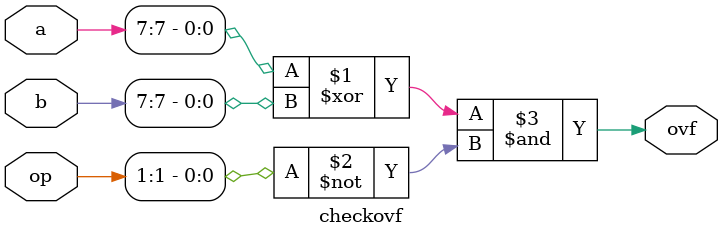
<source format=v>



// DE1-SOC INTERFACE SPECIFICATION for lab6_top.v code in this file:
//
// clk input to datpath has rising edge when KEY0 is *pressed* 
//
// HEX5 contains the status register output on the top (Z), middle (N) and
// bottom (V) segment.
//
// HEX3, HEX2, HEX1, HEX0 are wired to out which should show the contents
// of your register C.
//
// When SW[9] is set to 0, SW[7:0] changes the lower 8 bits of the 16-bit 
// input "in". LEDR[8:0] will show the upper 8-bits of 16-bit input "in".
//
// When SW[9] is set to 1, SW[7:0] changes the upper 8 bits of the 16-bit
// input "in". LEDR[8:0] will show the lower 8-bits of 16-bit input "in".
//
// The rising edge of clk occurs at the moment when you press KEY0.
// The input reset is 1 as long as you press (and hold) KEY1.
// The input s is 1 as long as you press (and hold) KEY2.
// The input load is 1 as long as you press (and hold) KEY3.

module lab6_top(KEY,SW,LEDR,HEX0,HEX1,HEX2,HEX3,HEX4,HEX5,CLOCK_50);
  input [3:0] KEY;
  input [9:0] SW;
  output [9:0] LEDR; 
  output [6:0] HEX0, HEX1, HEX2, HEX3, HEX4, HEX5;
  input CLOCK_50;

  wire [15:0] out, ir;
  input_iface IN(CLOCK_50, SW, ir, LEDR[7:0]);

  wire Z, N, V;
  cpu U( .clk   (~KEY[0]), // recall from Lab 4 that KEY0 is 1 when NOT pushed
         .reset (~KEY[1]), 
         .s     (~KEY[2]),
         .load  (~KEY[3]),
         .in    (ir),
         .out   (out),
         .Z     (Z),
         .N     (N),
         .V     (V),
         .w     (LEDR[9]) );

  assign HEX5[0] = ~Z;
  assign HEX5[6] = ~N;
  assign HEX5[3] = ~V;

  // fill in sseg to display 4-bits in hexidecimal 0,1,2...9,A,B,C,D,E,F
  sseg H0(out[3:0],   HEX0);
  sseg H1(out[7:4],   HEX1);
  sseg H2(out[11:8],  HEX2);
  sseg H3(out[15:12], HEX3);
  assign HEX4 = 7'b1111111;
  assign {HEX5[2:1],HEX5[5:4]} = 4'b1111; // disabled
  assign LEDR[8] = 1'b0;
endmodule

module input_iface(clk, SW, ir, LEDR);
  input clk;
  input [9:0] SW;
  output [15:0] ir;
  output [7:0] LEDR;
  wire sel_sw = SW[9];  
  wire [15:0] ir_next = sel_sw ? {SW[7:0],ir[7:0]} : {ir[15:8],SW[7:0]};
  vDFF #(16) REG(clk,ir_next,ir);
  assign LEDR = sel_sw ? ir[7:0] : ir[15:8];  
endmodule         

module vDFF(clk,D,Q);
  parameter n=1;
  input clk;
  input [n-1:0] D;
  output [n-1:0] Q;
  reg [n-1:0] Q;
  always @(posedge clk)
    Q <= D;
endmodule

// The sseg module below can be used to display the value of datpath_out on
// the hex LEDS the input is a 4-bit value representing numbers between 0 and
// 15 the output is a 7-bit value that will print a hexadecimal digit.  You
// may want to look at the code in Figure 7.20 and 7.21 in Dally but note this
// code will not work with the DE1-SoC because the order of segments used in
// the book is not the same as on the DE1-SoC (see comments below).

module sseg(in,segs);
  input [3:0] in;
  output [6:0] segs;
  reg [6:0] segs;

  // NOTE: The code for sseg below is not complete: You can use your code from
  // Lab4 to fill this in or code from someone else's Lab4.  
  //
  // IMPORTANT:  If you *do* use someone else's Lab4 code for the seven
  // segment display you *need* to state the following three things in
  // a file README.txt that you submit with handin along with this code: 
  //
  //   1.  First and last name of student providing code
  //   2.  Student number of student providing code
  //   3.  Date and time that student provided you their code
  //
  // You must also (obviously!) have the other student's permission to use
  // their code.
  //
  // To do otherwise is considered plagiarism.
  //
  // One bit per segment. On the DE1-SoC a HEX segment is illuminated when
  // the input bit is 0. Bits 6543210 correspond to:
  //
  //    0000
  //   5    1
  //   5    1
  //    6666
  //   4    2
  //   4    2
  //    3333
  //
  // Decimal value | Hexadecimal symbol to render on (one) HEX display
  //             0 | 0
  //             1 | 1
  //             2 | 2
  //             3 | 3
  //             4 | 4
  //             5 | 5
  //             6 | 6
  //             7 | 7
  //             8 | 8
  //             9 | 9
  //            10 | A
  //            11 | b
  //            12 | C
  //            13 | d
  //            14 | E
  //            15 | F

   always @(*) begin
    //for each value, display it
      case (in)
	4'b0000: segs = 7'b1000000;//0
	4'b0001: segs = 7'b1111001;//1
	4'b0010: segs = 7'b0100100;//2
	4'b0011: segs = 7'b0110000;//3
	4'b0100: segs = 7'b0011001;//4
	4'b0101: segs = 7'b0010010;//5
	4'b0110: segs = 7'b0000010;//6
	4'b0111: segs = 7'b1111000;//7
	4'b1000: segs = 7'b0000000;//8
	4'b1001: segs = 7'b0011000;//9
	4'b1010: segs = 7'b0001000;//A
	4'b1011: segs = 7'b0000011;//b
	4'b1100: segs = 7'b1000110;//C
	4'b1101: segs = 7'b0100001;//d
	4'b1110: segs = 7'b0000110;//E
	4'b1111: segs = 7'b0001110;//F
      endcase
  end //always block


endmodule


module Dec(a, b);
  parameter n = 2;
  parameter m = 4;

  input [n-1:0] a;
  output [m-1:0] b;

  wire [m-1:0] b = 1 << a;  
endmodule

module Mux8(a0,a1,a2,a3,a4,a5,a6,a7, s, b);
  parameter k = 1;
  input [7:0] s;
  input [k-1:0] a7,a6,a5,a4,a3,a2,a1,a0;
  output [k-1:0] b;
  wire  [k-1:0] b = 	({k{s[0]}} & a0)|({k{s[1]}} & a1)|({k{s[2]}} & a2)|
			({k{s[3]}} & a3)|({k{s[4]}} & a4)|({k{s[4]}} & a4)|
			({k{s[5]}} & a5)|({k{s[6]}} & a6)|({k{s[7]}} & a7);

endmodule

module Mux4(a0,a1,a2,a3, s, b);
  parameter k = 1;
  input [1:0] s;
  input [k-1:0] a3,a2,a1,a0;
  output [k-1:0] b;
  reg [k-1:0] b;

  always @(*) begin
    case (s)
	2'b00: b = a0;
	2'b01: b = a1;
	2'b10: b = a2;
	2'b11: b = a3;
    endcase

  end

endmodule

module Mux3(a0,a1,a2, s, b);
  parameter k = 1;
  input [2:0] s;
  input [k-1:0] a2,a1,a0;
  output [k-1:0] b;
  reg [k-1:0] b;

  always @(*) begin
    case (s)
	3'b100: b = a0;
	3'b010: b = a1;
	3'b001: b = a2;
	default: b = {k{1'bx}};
    endcase

  end

endmodule


module vDFFE(in, load, clk, out);
  parameter n =1;
  input load, clk;
  input [n-1:0] in;
  output [n-1:0] out;
  wire [n-1:0] nextout;
  reg [n-1:0] out;

  assign nextout = (load ? in : out);

  always @(posedge clk)
	out = nextout;
  
endmodule



module checkovf(a, b, op, ovf);
  parameter n = 8;
  input [n-1:0] a, b;
  input[1:0] op;
  output ovf;

  
  assign ovf = (a[n-1] ^ b[n-1]) & ~op[1];

endmodule


</source>
